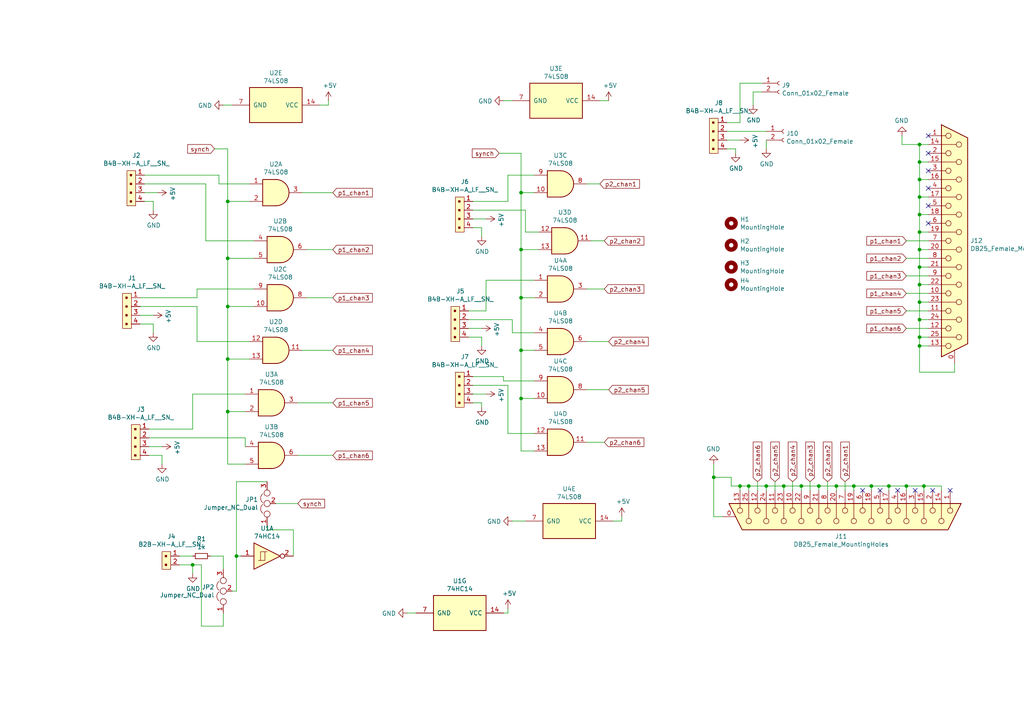
<source format=kicad_sch>
(kicad_sch (version 20211123) (generator eeschema)
  (paper "A4")
  (lib_symbols
    (symbol "blanking_board-rescue:+5V-power" (power) (pin_names (offset 0))
      (property "Value" "+5V-power" (at 0 3.556 0))
      (symbol "+5V-power_1_1"
        (pin power_in line (at 0 0 90) (length 0) hide (name "+5V") (number "1"))
      )
    )
    (symbol "blanking_board-rescue:74HC14-74xx" (pin_names (offset 1.016))
      (property "Reference" "U" (at 0 1.27 0))
      (property "Value" "74HC14-74xx" (at 0 -1.27 0))
      (symbol "74HC14-74xx_1_0"
        (pin input line (at -7.62 0 0) (length 3.81) (name "~") (number "1"))
        (pin output inverted (at 7.62 0 180) (length 3.81) (name "~") (number "2"))
      )
      (symbol "74HC14-74xx_2_0"
        (pin input line (at -7.62 0 0) (length 3.81) (name "~") (number "3"))
        (pin output inverted (at 7.62 0 180) (length 3.81) (name "~") (number "4"))
      )
      (symbol "74HC14-74xx_3_0"
        (pin input line (at -7.62 0 0) (length 3.81) (name "~") (number "5"))
        (pin output inverted (at 7.62 0 180) (length 3.81) (name "~") (number "6"))
      )
      (symbol "74HC14-74xx_4_0"
        (pin output inverted (at 7.62 0 180) (length 3.81) (name "~") (number "8"))
        (pin input line (at -7.62 0 0) (length 3.81) (name "~") (number "9"))
      )
      (symbol "74HC14-74xx_5_0"
        (pin output inverted (at 7.62 0 180) (length 3.81) (name "~") (number "10"))
        (pin input line (at -7.62 0 0) (length 3.81) (name "~") (number "11"))
      )
      (symbol "74HC14-74xx_6_0"
        (pin output inverted (at 7.62 0 180) (length 3.81) (name "~") (number "12"))
        (pin input line (at -7.62 0 0) (length 3.81) (name "~") (number "13"))
      )
      (symbol "74HC14-74xx_7_0"
        (pin power_in line (at 0 12.7 270) (length 5.08) (name "VCC") (number "14"))
        (pin power_in line (at 0 -12.7 90) (length 5.08) (name "GND") (number "7"))
      )
    )
    (symbol "blanking_board-rescue:74LS08-74xx" (pin_names (offset 1.016))
      (property "Reference" "U" (at 0 1.27 0))
      (property "Value" "74LS08-74xx" (at 0 -1.27 0))
      (symbol "74LS08-74xx_1_1"
        (pin input line (at -7.62 2.54 0) (length 3.81) (name "~") (number "1"))
        (pin input line (at -7.62 -2.54 0) (length 3.81) (name "~") (number "2"))
        (pin output line (at 7.62 0 180) (length 3.81) (name "~") (number "3"))
      )
      (symbol "74LS08-74xx_1_2"
        (pin input inverted (at -7.62 2.54 0) (length 4.318) (name "~") (number "1"))
        (pin input inverted (at -7.62 -2.54 0) (length 4.318) (name "~") (number "2"))
        (pin output inverted (at 7.62 0 180) (length 3.81) (name "~") (number "3"))
      )
      (symbol "74LS08-74xx_2_1"
        (pin input line (at -7.62 2.54 0) (length 3.81) (name "~") (number "4"))
        (pin input line (at -7.62 -2.54 0) (length 3.81) (name "~") (number "5"))
        (pin output line (at 7.62 0 180) (length 3.81) (name "~") (number "6"))
      )
      (symbol "74LS08-74xx_2_2"
        (pin input inverted (at -7.62 2.54 0) (length 4.318) (name "~") (number "4"))
        (pin input inverted (at -7.62 -2.54 0) (length 4.318) (name "~") (number "5"))
        (pin output inverted (at 7.62 0 180) (length 3.81) (name "~") (number "6"))
      )
      (symbol "74LS08-74xx_3_1"
        (pin input line (at -7.62 -2.54 0) (length 3.81) (name "~") (number "10"))
        (pin output line (at 7.62 0 180) (length 3.81) (name "~") (number "8"))
        (pin input line (at -7.62 2.54 0) (length 3.81) (name "~") (number "9"))
      )
      (symbol "74LS08-74xx_3_2"
        (pin input inverted (at -7.62 -2.54 0) (length 4.318) (name "~") (number "10"))
        (pin output inverted (at 7.62 0 180) (length 3.81) (name "~") (number "8"))
        (pin input inverted (at -7.62 2.54 0) (length 4.318) (name "~") (number "9"))
      )
      (symbol "74LS08-74xx_4_1"
        (pin output line (at 7.62 0 180) (length 3.81) (name "~") (number "11"))
        (pin input line (at -7.62 2.54 0) (length 3.81) (name "~") (number "12"))
        (pin input line (at -7.62 -2.54 0) (length 3.81) (name "~") (number "13"))
      )
      (symbol "74LS08-74xx_4_2"
        (pin output inverted (at 7.62 0 180) (length 3.81) (name "~") (number "11"))
        (pin input inverted (at -7.62 2.54 0) (length 4.318) (name "~") (number "12"))
        (pin input inverted (at -7.62 -2.54 0) (length 4.318) (name "~") (number "13"))
      )
      (symbol "74LS08-74xx_5_0"
        (pin power_in line (at 0 12.7 270) (length 5.08) (name "VCC") (number "14"))
        (pin power_in line (at 0 -12.7 90) (length 5.08) (name "GND") (number "7"))
      )
    )
    (symbol "blanking_board-rescue:B2B-XH-A_LF__SN_-dk_Rectangular-Connectors-Headers-Male-Pins" (pin_names (offset 1.016))
      (property "Reference" "J" (at -2.54 -1.27 0))
      (property "Value" "B2B-XH-A_LF__SN_-dk_Rectangular-Connectors-Headers-Male-Pins" (at 1.27 -3.81 0))
      (symbol "B2B-XH-A_LF__SN_-dk_Rectangular-Connectors-Headers-Male-Pins_1_1"
        (pin passive line (at 0 2.54 270) (length 2.54) (name "~") (number "1"))
        (pin passive line (at 2.54 2.54 270) (length 2.54) (name "~") (number "2"))
      )
    )
    (symbol "blanking_board-rescue:B4B-XH-A_LF__SN_-dk_Rectangular-Connectors-Headers-Male-Pins" (pin_names (offset 1.016))
      (property "Reference" "J" (at -2.54 -1.27 0))
      (property "Value" "B4B-XH-A_LF__SN_-dk_Rectangular-Connectors-Headers-Male-Pins" (at 3.81 -3.81 0))
      (symbol "B4B-XH-A_LF__SN_-dk_Rectangular-Connectors-Headers-Male-Pins_1_1"
        (pin passive line (at 0 2.54 270) (length 2.54) (name "~") (number "1"))
        (pin passive line (at 2.54 2.54 270) (length 2.54) (name "~") (number "2"))
        (pin passive line (at 5.08 2.54 270) (length 2.54) (name "~") (number "3"))
        (pin passive line (at 7.62 2.54 270) (length 2.54) (name "~") (number "4"))
      )
    )
    (symbol "blanking_board-rescue:Conn_01x02_Female-Connector" (pin_names (offset 1.016) hide)
      (property "Reference" "J" (at 0 2.54 0))
      (property "Value" "Conn_01x02_Female-Connector" (at 0 -5.08 0))
      (symbol "Conn_01x02_Female-Connector_1_1"
        (pin passive line (at -5.08 0 0) (length 3.81) (name "Pin_1") (number "1"))
        (pin passive line (at -5.08 -2.54 0) (length 3.81) (name "Pin_2") (number "2"))
      )
    )
    (symbol "blanking_board-rescue:DB25_Female_MountingHoles-Connector" (pin_names (offset 1.016) hide)
      (property "Reference" "J" (at 0 36.83 0))
      (property "Value" "DB25_Female_MountingHoles-Connector" (at 0 34.925 0))
      (symbol "DB25_Female_MountingHoles-Connector_1_1"
        (pin passive line (at 0 -35.56 90) (length 3.81) (name "PAD") (number "0"))
        (pin passive line (at -7.62 30.48 0) (length 3.81) (name "1") (number "1"))
        (pin passive line (at -7.62 -15.24 0) (length 3.81) (name "10") (number "10"))
        (pin passive line (at -7.62 -20.32 0) (length 3.81) (name "11") (number "11"))
        (pin passive line (at -7.62 -25.4 0) (length 3.81) (name "12") (number "12"))
        (pin passive line (at -7.62 -30.48 0) (length 3.81) (name "13") (number "13"))
        (pin passive line (at -7.62 27.94 0) (length 3.81) (name "P14") (number "14"))
        (pin passive line (at -7.62 22.86 0) (length 3.81) (name "P15") (number "15"))
        (pin passive line (at -7.62 17.78 0) (length 3.81) (name "P16") (number "16"))
        (pin passive line (at -7.62 12.7 0) (length 3.81) (name "P17") (number "17"))
        (pin passive line (at -7.62 7.62 0) (length 3.81) (name "P18") (number "18"))
        (pin passive line (at -7.62 2.54 0) (length 3.81) (name "P19") (number "19"))
        (pin passive line (at -7.62 25.4 0) (length 3.81) (name "2") (number "2"))
        (pin passive line (at -7.62 -2.54 0) (length 3.81) (name "P20") (number "20"))
        (pin passive line (at -7.62 -7.62 0) (length 3.81) (name "P21") (number "21"))
        (pin passive line (at -7.62 -12.7 0) (length 3.81) (name "P22") (number "22"))
        (pin passive line (at -7.62 -17.78 0) (length 3.81) (name "P23") (number "23"))
        (pin passive line (at -7.62 -22.86 0) (length 3.81) (name "P24") (number "24"))
        (pin passive line (at -7.62 -27.94 0) (length 3.81) (name "P25") (number "25"))
        (pin passive line (at -7.62 20.32 0) (length 3.81) (name "3") (number "3"))
        (pin passive line (at -7.62 15.24 0) (length 3.81) (name "4") (number "4"))
        (pin passive line (at -7.62 10.16 0) (length 3.81) (name "5") (number "5"))
        (pin passive line (at -7.62 5.08 0) (length 3.81) (name "6") (number "6"))
        (pin passive line (at -7.62 0 0) (length 3.81) (name "7") (number "7"))
        (pin passive line (at -7.62 -5.08 0) (length 3.81) (name "8") (number "8"))
        (pin passive line (at -7.62 -10.16 0) (length 3.81) (name "9") (number "9"))
      )
    )
    (symbol "blanking_board-rescue:GND-power" (power) (pin_names (offset 0))
      (property "Value" "GND-power" (at 0 -3.81 0))
      (symbol "GND-power_1_1"
        (pin power_in line (at 0 0 270) (length 0) hide (name "GND") (number "1"))
      )
    )
    (symbol "blanking_board-rescue:Jumper_NC_Dual-Device" (pin_names (offset 0.762) hide)
      (property "Reference" "JP" (at 1.27 -2.54 0))
      (property "Value" "Jumper_NC_Dual-Device" (at 0 2.54 0))
      (symbol "Jumper_NC_Dual-Device_0_1"
        (pin passive line (at -6.35 0 0) (length 2.413) (name "1") (number "1"))
        (pin passive line (at 0 -2.54 90) (length 1.524) (name "2") (number "2"))
        (pin passive line (at 6.35 0 180) (length 2.413) (name "3") (number "3"))
      )
    )
    (symbol "blanking_board-rescue:MountingHole-Mechanical" (pin_names (offset 1.016))
      (property "Reference" "H" (at 0 5.08 0))
      (property "Value" "MountingHole-Mechanical" (at 0 3.175 0))
    )
    (symbol "blanking_board-rescue:R_Small-Device" (pin_numbers hide) (pin_names (offset 0.254) hide)
      (property "Reference" "R" (at 0.762 0.508 0))
      (property "Value" "R_Small-Device" (at 0.762 -1.016 0))
      (symbol "R_Small-Device_1_1"
        (pin passive line (at 0 2.54 270) (length 0.762) (name "~") (number "1"))
        (pin passive line (at 0 -2.54 90) (length 0.762) (name "~") (number "2"))
      )
    )
  )
  (junction (at 266.7 82.55))
  (junction (at 214.63 140.97))
  (junction (at 242.57 140.97))
  (junction (at 266.7 100.33))
  (junction (at 262.89 140.97))
  (junction (at 68.58 161.29))
  (junction (at 266.7 92.71))
  (junction (at 55.88 163.83))
  (junction (at 66.04 58.42))
  (junction (at 266.7 97.79))
  (junction (at 252.73 140.97))
  (junction (at 66.04 88.9))
  (junction (at 266.7 87.63))
  (junction (at 66.04 104.14))
  (junction (at 151.13 72.39))
  (junction (at 151.13 101.6))
  (junction (at 237.49 140.97))
  (junction (at 247.65 140.97))
  (junction (at 266.7 46.99))
  (junction (at 207.01 138.43))
  (junction (at 266.7 52.07))
  (junction (at 266.7 41.91))
  (junction (at 151.13 86.36))
  (junction (at 66.04 119.38))
  (junction (at 227.33 140.97))
  (junction (at 266.7 62.23))
  (junction (at 257.81 140.97))
  (junction (at 266.7 72.39))
  (junction (at 266.7 57.15))
  (junction (at 217.17 140.97))
  (junction (at 267.97 140.97))
  (junction (at 151.13 115.57))
  (junction (at 266.7 67.31))
  (junction (at 151.13 55.88))
  (junction (at 222.25 140.97))
  (junction (at 66.04 74.93))
  (junction (at 266.7 77.47))
  (junction (at 232.41 140.97))
  (no_connect (at 255.27 142.24))
  (no_connect (at 269.24 54.61))
  (no_connect (at 250.19 142.24))
  (no_connect (at 275.59 142.24))
  (no_connect (at 265.43 142.24))
  (no_connect (at 269.24 49.53))
  (no_connect (at 269.24 59.69))
  (no_connect (at 269.24 44.45))
  (no_connect (at 260.35 142.24))
  (no_connect (at 269.24 64.77))
  (no_connect (at 269.24 39.37))
  (no_connect (at 270.51 142.24))
  (wire (pts (xy 266.7 87.63) (xy 266.7 92.71)))
  (wire (pts (xy 148.59 92.71) (xy 148.59 96.52)))
  (wire (pts (xy 170.18 83.82) (xy 175.26 83.82)))
  (wire (pts (xy 62.23 43.18) (xy 66.04 43.18)))
  (wire (pts (xy 234.95 139.7) (xy 234.95 142.24)))
  (wire (pts (xy 88.9 86.36) (xy 96.52 86.36)))
  (wire (pts (xy 269.24 77.47) (xy 266.7 77.47)))
  (wire (pts (xy 71.12 127) (xy 71.12 129.54)))
  (wire (pts (xy 266.7 41.91) (xy 261.62 41.91)))
  (wire (pts (xy 266.7 57.15) (xy 266.7 62.23)))
  (wire (pts (xy 137.16 109.22) (xy 146.05 109.22)))
  (wire (pts (xy 266.7 67.31) (xy 266.7 72.39)))
  (wire (pts (xy 148.59 96.52) (xy 154.94 96.52)))
  (wire (pts (xy 147.32 111.76) (xy 147.32 125.73)))
  (wire (pts (xy 59.69 69.85) (xy 73.66 69.85)))
  (wire (pts (xy 43.18 127) (xy 71.12 127)))
  (wire (pts (xy 66.04 119.38) (xy 71.12 119.38)))
  (wire (pts (xy 137.16 111.76) (xy 147.32 111.76)))
  (wire (pts (xy 262.89 85.09) (xy 269.24 85.09)))
  (wire (pts (xy 85.09 153.67) (xy 85.09 161.29)))
  (wire (pts (xy 229.87 139.7) (xy 229.87 142.24)))
  (wire (pts (xy 266.7 77.47) (xy 266.7 82.55)))
  (wire (pts (xy 57.15 88.9) (xy 57.15 99.06)))
  (wire (pts (xy 245.11 139.7) (xy 245.11 142.24)))
  (wire (pts (xy 146.05 29.21) (xy 148.59 29.21)))
  (wire (pts (xy 210.82 43.18) (xy 213.36 43.18)))
  (wire (pts (xy 68.58 171.45) (xy 68.58 161.29)))
  (wire (pts (xy 269.24 67.31) (xy 266.7 67.31)))
  (wire (pts (xy 55.88 166.37) (xy 55.88 163.83)))
  (wire (pts (xy 66.04 134.62) (xy 71.12 134.62)))
  (wire (pts (xy 269.24 62.23) (xy 266.7 62.23)))
  (wire (pts (xy 266.7 46.99) (xy 266.7 52.07)))
  (wire (pts (xy 135.89 92.71) (xy 148.59 92.71)))
  (wire (pts (xy 68.58 161.29) (xy 69.85 161.29)))
  (wire (pts (xy 40.64 93.98) (xy 44.45 93.98)))
  (wire (pts (xy 227.33 140.97) (xy 232.41 140.97)))
  (wire (pts (xy 151.13 86.36) (xy 151.13 101.6)))
  (wire (pts (xy 59.69 53.34) (xy 59.69 69.85)))
  (wire (pts (xy 68.58 139.7) (xy 68.58 161.29)))
  (wire (pts (xy 148.59 151.13) (xy 152.4 151.13)))
  (wire (pts (xy 41.91 50.8) (xy 63.5 50.8)))
  (wire (pts (xy 139.7 66.04) (xy 139.7 68.58)))
  (wire (pts (xy 40.64 86.36) (xy 57.15 86.36)))
  (wire (pts (xy 217.17 140.97) (xy 222.25 140.97)))
  (wire (pts (xy 214.63 140.97) (xy 212.09 140.97)))
  (wire (pts (xy 86.36 116.84) (xy 96.52 116.84)))
  (wire (pts (xy 151.13 130.81) (xy 154.94 130.81)))
  (wire (pts (xy 41.91 58.42) (xy 44.45 58.42)))
  (wire (pts (xy 266.7 107.95) (xy 276.86 107.95)))
  (wire (pts (xy 151.13 115.57) (xy 154.94 115.57)))
  (wire (pts (xy 269.24 72.39) (xy 266.7 72.39)))
  (wire (pts (xy 66.04 104.14) (xy 66.04 119.38)))
  (wire (pts (xy 214.63 140.97) (xy 217.17 140.97)))
  (wire (pts (xy 222.25 142.24) (xy 222.25 140.97)))
  (wire (pts (xy 257.81 140.97) (xy 262.89 140.97)))
  (wire (pts (xy 170.18 113.03) (xy 176.53 113.03)))
  (wire (pts (xy 137.16 58.42) (xy 147.32 58.42)))
  (wire (pts (xy 237.49 142.24) (xy 237.49 140.97)))
  (wire (pts (xy 151.13 101.6) (xy 151.13 115.57)))
  (wire (pts (xy 171.45 69.85) (xy 175.26 69.85)))
  (wire (pts (xy 269.24 82.55) (xy 266.7 82.55)))
  (wire (pts (xy 180.34 151.13) (xy 180.34 149.86)))
  (wire (pts (xy 213.36 43.18) (xy 213.36 44.45)))
  (wire (pts (xy 58.42 163.83) (xy 58.42 181.61)))
  (wire (pts (xy 151.13 115.57) (xy 151.13 130.81)))
  (wire (pts (xy 252.73 142.24) (xy 252.73 140.97)))
  (wire (pts (xy 46.99 132.08) (xy 46.99 134.62)))
  (wire (pts (xy 95.25 30.48) (xy 95.25 29.21)))
  (wire (pts (xy 266.7 72.39) (xy 266.7 77.47)))
  (wire (pts (xy 146.05 109.22) (xy 146.05 110.49)))
  (wire (pts (xy 147.32 125.73) (xy 154.94 125.73)))
  (wire (pts (xy 137.16 114.3) (xy 140.97 114.3)))
  (wire (pts (xy 269.24 97.79) (xy 266.7 97.79)))
  (wire (pts (xy 262.89 80.01) (xy 269.24 80.01)))
  (wire (pts (xy 262.89 142.24) (xy 262.89 140.97)))
  (wire (pts (xy 247.65 140.97) (xy 252.73 140.97)))
  (wire (pts (xy 147.32 50.8) (xy 154.94 50.8)))
  (wire (pts (xy 170.18 53.34) (xy 173.99 53.34)))
  (wire (pts (xy 137.16 63.5) (xy 140.97 63.5)))
  (wire (pts (xy 212.09 140.97) (xy 212.09 138.43)))
  (wire (pts (xy 64.77 161.29) (xy 64.77 165.1)))
  (wire (pts (xy 140.97 90.17) (xy 140.97 81.28)))
  (wire (pts (xy 86.36 146.05) (xy 80.01 146.05)))
  (wire (pts (xy 214.63 24.13) (xy 220.98 24.13)))
  (wire (pts (xy 207.01 138.43) (xy 207.01 134.62)))
  (wire (pts (xy 66.04 104.14) (xy 72.39 104.14)))
  (wire (pts (xy 43.18 132.08) (xy 46.99 132.08)))
  (wire (pts (xy 152.4 60.96) (xy 152.4 67.31)))
  (wire (pts (xy 214.63 142.24) (xy 214.63 140.97)))
  (wire (pts (xy 55.88 163.83) (xy 52.07 163.83)))
  (wire (pts (xy 137.16 66.04) (xy 139.7 66.04)))
  (wire (pts (xy 207.01 138.43) (xy 207.01 149.86)))
  (wire (pts (xy 247.65 142.24) (xy 247.65 140.97)))
  (wire (pts (xy 218.44 26.67) (xy 220.98 26.67)))
  (wire (pts (xy 67.31 171.45) (xy 68.58 171.45)))
  (wire (pts (xy 146.05 177.8) (xy 147.32 177.8)))
  (wire (pts (xy 266.7 52.07) (xy 266.7 57.15)))
  (wire (pts (xy 177.8 151.13) (xy 180.34 151.13)))
  (wire (pts (xy 52.07 161.29) (xy 55.88 161.29)))
  (wire (pts (xy 147.32 58.42) (xy 147.32 50.8)))
  (wire (pts (xy 266.7 41.91) (xy 269.24 41.91)))
  (wire (pts (xy 55.88 124.46) (xy 55.88 114.3)))
  (wire (pts (xy 55.88 163.83) (xy 58.42 163.83)))
  (wire (pts (xy 214.63 35.56) (xy 214.63 24.13)))
  (wire (pts (xy 266.7 82.55) (xy 266.7 87.63)))
  (wire (pts (xy 66.04 43.18) (xy 66.04 58.42)))
  (wire (pts (xy 151.13 86.36) (xy 154.94 86.36)))
  (wire (pts (xy 273.05 140.97) (xy 273.05 142.24)))
  (wire (pts (xy 266.7 97.79) (xy 266.7 100.33)))
  (wire (pts (xy 140.97 81.28) (xy 154.94 81.28)))
  (wire (pts (xy 266.7 92.71) (xy 266.7 97.79)))
  (wire (pts (xy 92.71 30.48) (xy 95.25 30.48)))
  (wire (pts (xy 262.89 95.25) (xy 269.24 95.25)))
  (wire (pts (xy 77.47 153.67) (xy 85.09 153.67)))
  (wire (pts (xy 63.5 53.34) (xy 63.5 50.8)))
  (wire (pts (xy 219.71 139.7) (xy 219.71 142.24)))
  (wire (pts (xy 222.25 140.97) (xy 227.33 140.97)))
  (wire (pts (xy 137.16 116.84) (xy 139.7 116.84)))
  (wire (pts (xy 57.15 86.36) (xy 57.15 83.82)))
  (wire (pts (xy 257.81 142.24) (xy 257.81 140.97)))
  (wire (pts (xy 43.18 129.54) (xy 46.99 129.54)))
  (wire (pts (xy 170.18 99.06) (xy 176.53 99.06)))
  (wire (pts (xy 88.9 72.39) (xy 96.52 72.39)))
  (wire (pts (xy 118.11 177.8) (xy 120.65 177.8)))
  (wire (pts (xy 63.5 53.34) (xy 72.39 53.34)))
  (wire (pts (xy 242.57 140.97) (xy 247.65 140.97)))
  (wire (pts (xy 151.13 101.6) (xy 154.94 101.6)))
  (wire (pts (xy 73.66 83.82) (xy 57.15 83.82)))
  (wire (pts (xy 262.89 90.17) (xy 269.24 90.17)))
  (wire (pts (xy 173.99 29.21) (xy 176.53 29.21)))
  (wire (pts (xy 40.64 88.9) (xy 57.15 88.9)))
  (wire (pts (xy 261.62 41.91) (xy 261.62 39.37)))
  (wire (pts (xy 64.77 30.48) (xy 67.31 30.48)))
  (wire (pts (xy 66.04 74.93) (xy 73.66 74.93)))
  (wire (pts (xy 227.33 142.24) (xy 227.33 140.97)))
  (wire (pts (xy 135.89 95.25) (xy 139.7 95.25)))
  (wire (pts (xy 41.91 53.34) (xy 59.69 53.34)))
  (wire (pts (xy 144.78 44.45) (xy 151.13 44.45)))
  (wire (pts (xy 237.49 140.97) (xy 242.57 140.97)))
  (wire (pts (xy 217.17 142.24) (xy 217.17 140.97)))
  (wire (pts (xy 218.44 30.48) (xy 218.44 26.67)))
  (wire (pts (xy 60.96 161.29) (xy 64.77 161.29)))
  (wire (pts (xy 64.77 181.61) (xy 64.77 177.8)))
  (wire (pts (xy 269.24 100.33) (xy 266.7 100.33)))
  (wire (pts (xy 266.7 100.33) (xy 266.7 107.95)))
  (wire (pts (xy 77.47 152.4) (xy 77.47 153.67)))
  (wire (pts (xy 68.58 139.7) (xy 77.47 139.7)))
  (wire (pts (xy 41.91 55.88) (xy 45.72 55.88)))
  (wire (pts (xy 87.63 55.88) (xy 96.52 55.88)))
  (wire (pts (xy 252.73 140.97) (xy 257.81 140.97)))
  (wire (pts (xy 73.66 88.9) (xy 66.04 88.9)))
  (wire (pts (xy 44.45 58.42) (xy 44.45 60.96)))
  (wire (pts (xy 210.82 35.56) (xy 214.63 35.56)))
  (wire (pts (xy 87.63 101.6) (xy 96.52 101.6)))
  (wire (pts (xy 269.24 92.71) (xy 266.7 92.71)))
  (wire (pts (xy 269.24 87.63) (xy 266.7 87.63)))
  (wire (pts (xy 66.04 74.93) (xy 66.04 88.9)))
  (wire (pts (xy 58.42 181.61) (xy 64.77 181.61)))
  (wire (pts (xy 262.89 74.93) (xy 269.24 74.93)))
  (wire (pts (xy 266.7 41.91) (xy 266.7 46.99)))
  (wire (pts (xy 66.04 58.42) (xy 72.39 58.42)))
  (wire (pts (xy 269.24 46.99) (xy 266.7 46.99)))
  (wire (pts (xy 266.7 62.23) (xy 266.7 67.31)))
  (wire (pts (xy 151.13 44.45) (xy 151.13 55.88)))
  (wire (pts (xy 137.16 60.96) (xy 152.4 60.96)))
  (wire (pts (xy 66.04 119.38) (xy 66.04 134.62)))
  (wire (pts (xy 267.97 140.97) (xy 273.05 140.97)))
  (wire (pts (xy 267.97 142.24) (xy 267.97 140.97)))
  (wire (pts (xy 151.13 72.39) (xy 156.21 72.39)))
  (wire (pts (xy 66.04 58.42) (xy 66.04 74.93)))
  (wire (pts (xy 139.7 97.79) (xy 139.7 100.33)))
  (wire (pts (xy 151.13 72.39) (xy 151.13 86.36)))
  (wire (pts (xy 269.24 52.07) (xy 266.7 52.07)))
  (wire (pts (xy 262.89 69.85) (xy 269.24 69.85)))
  (wire (pts (xy 170.18 128.27) (xy 175.26 128.27)))
  (wire (pts (xy 210.82 40.64) (xy 214.63 40.64)))
  (wire (pts (xy 146.05 110.49) (xy 154.94 110.49)))
  (wire (pts (xy 152.4 67.31) (xy 156.21 67.31)))
  (wire (pts (xy 232.41 140.97) (xy 237.49 140.97)))
  (wire (pts (xy 66.04 88.9) (xy 66.04 104.14)))
  (wire (pts (xy 210.82 38.1) (xy 222.25 38.1)))
  (wire (pts (xy 43.18 124.46) (xy 55.88 124.46)))
  (wire (pts (xy 262.89 140.97) (xy 267.97 140.97)))
  (wire (pts (xy 57.15 99.06) (xy 72.39 99.06)))
  (wire (pts (xy 86.36 132.08) (xy 96.52 132.08)))
  (wire (pts (xy 151.13 55.88) (xy 154.94 55.88)))
  (wire (pts (xy 139.7 116.84) (xy 139.7 118.11)))
  (wire (pts (xy 135.89 90.17) (xy 140.97 90.17)))
  (wire (pts (xy 147.32 177.8) (xy 147.32 176.53)))
  (wire (pts (xy 240.03 139.7) (xy 240.03 142.24)))
  (wire (pts (xy 269.24 57.15) (xy 266.7 57.15)))
  (wire (pts (xy 222.25 43.18) (xy 222.25 40.64)))
  (wire (pts (xy 207.01 149.86) (xy 209.55 149.86)))
  (wire (pts (xy 44.45 93.98) (xy 44.45 96.52)))
  (wire (pts (xy 55.88 114.3) (xy 71.12 114.3)))
  (wire (pts (xy 151.13 55.88) (xy 151.13 72.39)))
  (wire (pts (xy 276.86 107.95) (xy 276.86 105.41)))
  (wire (pts (xy 232.41 142.24) (xy 232.41 140.97)))
  (wire (pts (xy 207.01 138.43) (xy 212.09 138.43)))
  (wire (pts (xy 135.89 97.79) (xy 139.7 97.79)))
  (wire (pts (xy 40.64 91.44) (xy 44.45 91.44)))
  (wire (pts (xy 224.79 139.7) (xy 224.79 142.24)))
  (wire (pts (xy 242.57 142.24) (xy 242.57 140.97)))
  (global_label "p1_chan2" (shape input) (at 262.89 74.93 180) (property "Intersheet References" "${INTERSHEET_REFS}" (effects hide)))
  (global_label "p1_chan4" (shape input) (at 262.89 85.09 180) (property "Intersheet References" "${INTERSHEET_REFS}" (effects hide)))
  (global_label "p1_chan3" (shape input) (at 96.52 86.36 0) (property "Intersheet References" "${INTERSHEET_REFS}" (effects hide)))
  (global_label "p1_chan4" (shape input) (at 96.52 101.6 0) (property "Intersheet References" "${INTERSHEET_REFS}" (effects hide)))
  (global_label "p2_chan6" (shape input) (at 175.26 128.27 0) (property "Intersheet References" "${INTERSHEET_REFS}" (effects hide)))
  (global_label "p1_chan2" (shape input) (at 96.52 72.39 0) (property "Intersheet References" "${INTERSHEET_REFS}" (effects hide)))
  (global_label "p2_chan2" (shape input) (at 240.03 139.7 90) (property "Intersheet References" "${INTERSHEET_REFS}" (effects hide)))
  (global_label "synch" (shape input) (at 144.78 44.45 180) (property "Intersheet References" "${INTERSHEET_REFS}" (effects hide)))
  (global_label "p2_chan1" (shape input) (at 173.99 53.34 0) (property "Intersheet References" "${INTERSHEET_REFS}" (effects hide)))
  (global_label "p2_chan1" (shape input) (at 245.11 139.7 90) (property "Intersheet References" "${INTERSHEET_REFS}" (effects hide)))
  (global_label "p2_chan3" (shape input) (at 175.26 83.82 0) (property "Intersheet References" "${INTERSHEET_REFS}" (effects hide)))
  (global_label "p2_chan5" (shape input) (at 224.79 139.7 90) (property "Intersheet References" "${INTERSHEET_REFS}" (effects hide)))
  (global_label "p1_chan1" (shape input) (at 262.89 69.85 180) (property "Intersheet References" "${INTERSHEET_REFS}" (effects hide)))
  (global_label "p1_chan3" (shape input) (at 262.89 80.01 180) (property "Intersheet References" "${INTERSHEET_REFS}" (effects hide)))
  (global_label "synch" (shape input) (at 86.36 146.05 0) (property "Intersheet References" "${INTERSHEET_REFS}" (effects hide)))
  (global_label "p1_chan6" (shape input) (at 96.52 132.08 0) (property "Intersheet References" "${INTERSHEET_REFS}" (effects hide)))
  (global_label "p2_chan4" (shape input) (at 229.87 139.7 90) (property "Intersheet References" "${INTERSHEET_REFS}" (effects hide)))
  (global_label "p2_chan2" (shape input) (at 175.26 69.85 0) (property "Intersheet References" "${INTERSHEET_REFS}" (effects hide)))
  (global_label "p2_chan5" (shape input) (at 176.53 113.03 0) (property "Intersheet References" "${INTERSHEET_REFS}" (effects hide)))
  (global_label "p1_chan5" (shape input) (at 262.89 90.17 180) (property "Intersheet References" "${INTERSHEET_REFS}" (effects hide)))
  (global_label "p1_chan5" (shape input) (at 96.52 116.84 0) (property "Intersheet References" "${INTERSHEET_REFS}" (effects hide)))
  (global_label "p1_chan1" (shape input) (at 96.52 55.88 0) (property "Intersheet References" "${INTERSHEET_REFS}" (effects hide)))
  (global_label "p2_chan6" (shape input) (at 219.71 139.7 90) (property "Intersheet References" "${INTERSHEET_REFS}" (effects hide)))
  (global_label "p2_chan4" (shape input) (at 176.53 99.06 0) (property "Intersheet References" "${INTERSHEET_REFS}" (effects hide)))
  (global_label "p2_chan3" (shape input) (at 234.95 139.7 90) (property "Intersheet References" "${INTERSHEET_REFS}" (effects hide)))
  (global_label "synch" (shape input) (at 62.23 43.18 180) (property "Intersheet References" "${INTERSHEET_REFS}" (effects hide)))
  (global_label "p1_chan6" (shape input) (at 262.89 95.25 180) (property "Intersheet References" "${INTERSHEET_REFS}" (effects hide)))
  (symbol (lib_id "blanking_board-rescue:74LS08-74xx") (at 78.74 116.84 0) (unit 1)
    (property "Reference" "U3" (at 78.74 108.585 0))
    (property "Value" "74LS08" (at 78.74 110.8964 0))
    (property "Footprint" "Package_DIP:DIP-14_W7.62mm_LongPads" (effects hide))
    (property "Datasheet" "http://www.ti.com/lit/gpn/sn74LS08" (effects hide))
  )
  (symbol (lib_id "blanking_board-rescue:74LS08-74xx") (at 78.74 132.08 0) (unit 2)
    (property "Reference" "U3" (at 78.74 123.825 0))
    (property "Value" "74LS08" (at 78.74 126.1364 0))
    (property "Footprint" "Package_DIP:DIP-14_W7.62mm_LongPads" (effects hide))
    (property "Datasheet" "http://www.ti.com/lit/gpn/sn74LS08" (effects hide))
  )
  (symbol (lib_id "blanking_board-rescue:74LS08-74xx") (at 81.28 86.36 0) (unit 3)
    (property "Reference" "U2" (at 81.28 78.105 0))
    (property "Value" "74LS08" (at 81.28 80.4164 0))
    (property "Footprint" "Package_DIP:DIP-14_W7.62mm_LongPads" (effects hide))
    (property "Datasheet" "http://www.ti.com/lit/gpn/sn74LS08" (effects hide))
  )
  (symbol (lib_id "blanking_board-rescue:74LS08-74xx") (at 80.01 101.6 0) (unit 4)
    (property "Reference" "U2" (at 80.01 93.345 0))
    (property "Value" "74LS08" (at 80.01 95.6564 0))
    (property "Footprint" "Package_DIP:DIP-14_W7.62mm_LongPads" (effects hide))
    (property "Datasheet" "http://www.ti.com/lit/gpn/sn74LS08" (effects hide))
  )
  (symbol (lib_id "blanking_board-rescue:74LS08-74xx") (at 80.01 30.48 270) (unit 5)
    (property "Reference" "U2" (at 80.01 21.1582 90))
    (property "Value" "74LS08" (at 80.01 23.4696 90))
    (property "Footprint" "Package_DIP:DIP-14_W7.62mm_LongPads" (effects hide))
    (property "Datasheet" "http://www.ti.com/lit/gpn/sn74LS08" (effects hide))
  )
  (symbol (lib_id "blanking_board-rescue:74LS08-74xx") (at 80.01 55.88 0) (unit 1)
    (property "Reference" "U2" (at 80.01 47.625 0))
    (property "Value" "74LS08" (at 80.01 49.9364 0))
    (property "Footprint" "Package_DIP:DIP-14_W7.62mm_LongPads" (effects hide))
    (property "Datasheet" "http://www.ti.com/lit/gpn/sn74LS08" (effects hide))
  )
  (symbol (lib_id "blanking_board-rescue:74LS08-74xx") (at 81.28 72.39 0) (unit 2)
    (property "Reference" "U2" (at 81.28 64.135 0))
    (property "Value" "74LS08" (at 81.28 66.4464 0))
    (property "Footprint" "Package_DIP:DIP-14_W7.62mm_LongPads" (effects hide))
    (property "Datasheet" "http://www.ti.com/lit/gpn/sn74LS08" (effects hide))
  )
  (symbol (lib_id "blanking_board-rescue:74LS08-74xx") (at 162.56 113.03 0) (unit 3)
    (property "Reference" "U4" (at 162.56 104.775 0))
    (property "Value" "74LS08" (at 162.56 107.0864 0))
    (property "Footprint" "Package_DIP:DIP-14_W7.62mm_LongPads" (effects hide))
    (property "Datasheet" "http://www.ti.com/lit/gpn/sn74LS08" (effects hide))
  )
  (symbol (lib_id "blanking_board-rescue:74LS08-74xx") (at 162.56 128.27 0) (unit 4)
    (property "Reference" "U4" (at 162.56 120.015 0))
    (property "Value" "74LS08" (at 162.56 122.3264 0))
    (property "Footprint" "Package_DIP:DIP-14_W7.62mm_LongPads" (effects hide))
    (property "Datasheet" "http://www.ti.com/lit/gpn/sn74LS08" (effects hide))
  )
  (symbol (lib_id "blanking_board-rescue:74LS08-74xx") (at 161.29 29.21 270) (unit 5)
    (property "Reference" "U3" (at 161.29 19.8882 90))
    (property "Value" "74LS08" (at 161.29 22.1996 90))
    (property "Footprint" "Package_DIP:DIP-14_W7.62mm_LongPads" (effects hide))
    (property "Datasheet" "http://www.ti.com/lit/gpn/sn74LS08" (effects hide))
  )
  (symbol (lib_id "blanking_board-rescue:74LS08-74xx") (at 162.56 83.82 0) (unit 1)
    (property "Reference" "U4" (at 162.56 75.565 0))
    (property "Value" "74LS08" (at 162.56 77.8764 0))
    (property "Footprint" "Package_DIP:DIP-14_W7.62mm_LongPads" (effects hide))
    (property "Datasheet" "http://www.ti.com/lit/gpn/sn74LS08" (effects hide))
  )
  (symbol (lib_id "blanking_board-rescue:74LS08-74xx") (at 162.56 99.06 0) (unit 2)
    (property "Reference" "U4" (at 162.56 90.805 0))
    (property "Value" "74LS08" (at 162.56 93.1164 0))
    (property "Footprint" "Package_DIP:DIP-14_W7.62mm_LongPads" (effects hide))
    (property "Datasheet" "http://www.ti.com/lit/gpn/sn74LS08" (effects hide))
  )
  (symbol (lib_id "blanking_board-rescue:74LS08-74xx") (at 162.56 53.34 0) (unit 3)
    (property "Reference" "U3" (at 162.56 45.085 0))
    (property "Value" "74LS08" (at 162.56 47.3964 0))
    (property "Footprint" "Package_DIP:DIP-14_W7.62mm_LongPads" (effects hide))
    (property "Datasheet" "http://www.ti.com/lit/gpn/sn74LS08" (effects hide))
  )
  (symbol (lib_id "blanking_board-rescue:74LS08-74xx") (at 163.83 69.85 0) (unit 4)
    (property "Reference" "U3" (at 163.83 61.595 0))
    (property "Value" "74LS08" (at 163.83 63.9064 0))
    (property "Footprint" "Package_DIP:DIP-14_W7.62mm_LongPads" (effects hide))
    (property "Datasheet" "http://www.ti.com/lit/gpn/sn74LS08" (effects hide))
  )
  (symbol (lib_id "blanking_board-rescue:74LS08-74xx") (at 165.1 151.13 270) (unit 5)
    (property "Reference" "U4" (at 165.1 141.8082 90))
    (property "Value" "74LS08" (at 165.1 144.1196 90))
    (property "Footprint" "Package_DIP:DIP-14_W7.62mm_LongPads" (effects hide))
    (property "Datasheet" "http://www.ti.com/lit/gpn/sn74LS08" (effects hide))
  )
  (symbol (lib_id "blanking_board-rescue:74HC14-74xx") (at 77.47 161.29 0) (unit 1)
    (property "Reference" "U1" (at 77.47 153.2382 0))
    (property "Value" "74HC14" (at 77.47 155.5496 0))
    (property "Footprint" "Package_DIP:DIP-14_W7.62mm_LongPads" (effects hide))
    (property "Datasheet" "http://www.ti.com/lit/gpn/sn74HC14" (effects hide))
  )
  (symbol (lib_id "blanking_board-rescue:74HC14-74xx") (at 133.35 177.8 270) (unit 7)
    (property "Reference" "U1" (at 133.35 168.4782 90))
    (property "Value" "74HC14" (at 133.35 170.7896 90))
    (property "Footprint" "Package_DIP:DIP-14_W7.62mm_LongPads" (effects hide))
    (property "Datasheet" "http://www.ti.com/lit/gpn/sn74HC14" (effects hide))
  )
  (symbol (lib_id "blanking_board-rescue:+5V-power") (at 95.25 29.21 0) (unit 1)
    (property "Reference" "#PWR0101" (effects hide))
    (property "Value" "+5V" (at 95.631 24.8158 0))
  )
  (symbol (lib_id "blanking_board-rescue:+5V-power") (at 176.53 29.21 0) (unit 1)
    (property "Reference" "#PWR0102" (effects hide))
    (property "Value" "+5V" (at 176.911 24.8158 0))
  )
  (symbol (lib_id "blanking_board-rescue:+5V-power") (at 180.34 149.86 0) (unit 1)
    (property "Reference" "#PWR0103" (effects hide))
    (property "Value" "+5V" (at 180.721 145.4658 0))
  )
  (symbol (lib_id "blanking_board-rescue:+5V-power") (at 147.32 176.53 0) (unit 1)
    (property "Reference" "#PWR0104" (effects hide))
    (property "Value" "+5V" (at 147.701 172.1358 0))
  )
  (symbol (lib_id "blanking_board-rescue:R_Small-Device") (at 58.42 161.29 270) (unit 1)
    (property "Reference" "R1" (at 58.42 156.3116 90))
    (property "Value" "1k" (at 58.42 158.623 90))
    (property "Footprint" "Resistor_THT:R_Axial_DIN0411_L9.9mm_D3.6mm_P15.24mm_Horizontal" (effects hide))
  )
  (symbol (lib_id "blanking_board-rescue:B4B-XH-A_LF__SN_-dk_Rectangular-Connectors-Headers-Male-Pins") (at 39.37 50.8 270) (unit 1)
    (property "Reference" "J2" (at 39.5732 45.085 90))
    (property "Value" "B4B-XH-A_LF__SN_" (at 39.5732 47.3964 90))
    (property "Footprint" "Connector_JST:JST_XH_B4B-XH-A_1x04_P2.50mm_Vertical" (effects hide))
    (property "Datasheet" "http://www.jst-mfg.com/product/pdf/eng/eXH.pdf" (effects hide))
    (property "Digi-Key_PN" "455-2249-ND" (effects hide))
    (property "MPN" "B4B-XH-A(LF)(SN)" (effects hide))
    (property "Category" "Connectors, Interconnects" (effects hide))
    (property "Family" "Rectangular Connectors - Headers, Male Pins" (effects hide))
    (property "DK_Datasheet_Link" "http://www.jst-mfg.com/product/pdf/eng/eXH.pdf" (effects hide))
    (property "DK_Detail_Page" "/product-detail/en/jst-sales-america-inc/B4B-XH-A(LF)(SN)/455-2249-ND/1651047" (effects hide))
    (property "Description" "CONN HEADER VERT 4POS 2.5MM" (effects hide))
    (property "Manufacturer" "JST Sales America Inc." (effects hide))
    (property "Status" "Active" (effects hide))
  )
  (symbol (lib_id "blanking_board-rescue:B4B-XH-A_LF__SN_-dk_Rectangular-Connectors-Headers-Male-Pins") (at 38.1 86.36 270) (unit 1)
    (property "Reference" "J1" (at 38.3032 80.645 90))
    (property "Value" "B4B-XH-A_LF__SN_" (at 38.3032 82.9564 90))
    (property "Footprint" "Connector_JST:JST_XH_B4B-XH-A_1x04_P2.50mm_Vertical" (effects hide))
    (property "Datasheet" "http://www.jst-mfg.com/product/pdf/eng/eXH.pdf" (effects hide))
    (property "Digi-Key_PN" "455-2249-ND" (effects hide))
    (property "MPN" "B4B-XH-A(LF)(SN)" (effects hide))
    (property "Category" "Connectors, Interconnects" (effects hide))
    (property "Family" "Rectangular Connectors - Headers, Male Pins" (effects hide))
    (property "DK_Datasheet_Link" "http://www.jst-mfg.com/product/pdf/eng/eXH.pdf" (effects hide))
    (property "DK_Detail_Page" "/product-detail/en/jst-sales-america-inc/B4B-XH-A(LF)(SN)/455-2249-ND/1651047" (effects hide))
    (property "Description" "CONN HEADER VERT 4POS 2.5MM" (effects hide))
    (property "Manufacturer" "JST Sales America Inc." (effects hide))
    (property "Status" "Active" (effects hide))
  )
  (symbol (lib_id "blanking_board-rescue:B4B-XH-A_LF__SN_-dk_Rectangular-Connectors-Headers-Male-Pins") (at 40.64 124.46 270) (unit 1)
    (property "Reference" "J3" (at 40.8432 118.745 90))
    (property "Value" "B4B-XH-A_LF__SN_" (at 40.8432 121.0564 90))
    (property "Footprint" "Connector_JST:JST_XH_B4B-XH-A_1x04_P2.50mm_Vertical" (effects hide))
    (property "Datasheet" "http://www.jst-mfg.com/product/pdf/eng/eXH.pdf" (effects hide))
    (property "Digi-Key_PN" "455-2249-ND" (effects hide))
    (property "MPN" "B4B-XH-A(LF)(SN)" (effects hide))
    (property "Category" "Connectors, Interconnects" (effects hide))
    (property "Family" "Rectangular Connectors - Headers, Male Pins" (effects hide))
    (property "DK_Datasheet_Link" "http://www.jst-mfg.com/product/pdf/eng/eXH.pdf" (effects hide))
    (property "DK_Detail_Page" "/product-detail/en/jst-sales-america-inc/B4B-XH-A(LF)(SN)/455-2249-ND/1651047" (effects hide))
    (property "Description" "CONN HEADER VERT 4POS 2.5MM" (effects hide))
    (property "Manufacturer" "JST Sales America Inc." (effects hide))
    (property "Status" "Active" (effects hide))
  )
  (symbol (lib_id "blanking_board-rescue:B4B-XH-A_LF__SN_-dk_Rectangular-Connectors-Headers-Male-Pins") (at 134.62 109.22 270) (unit 1)
    (property "Reference" "J7" (at 134.8232 103.505 90))
    (property "Value" "B4B-XH-A_LF__SN_" (at 134.8232 105.8164 90))
    (property "Footprint" "Connector_JST:JST_XH_B4B-XH-A_1x04_P2.50mm_Vertical" (effects hide))
    (property "Datasheet" "http://www.jst-mfg.com/product/pdf/eng/eXH.pdf" (effects hide))
    (property "Digi-Key_PN" "455-2249-ND" (effects hide))
    (property "MPN" "B4B-XH-A(LF)(SN)" (effects hide))
    (property "Category" "Connectors, Interconnects" (effects hide))
    (property "Family" "Rectangular Connectors - Headers, Male Pins" (effects hide))
    (property "DK_Datasheet_Link" "http://www.jst-mfg.com/product/pdf/eng/eXH.pdf" (effects hide))
    (property "DK_Detail_Page" "/product-detail/en/jst-sales-america-inc/B4B-XH-A(LF)(SN)/455-2249-ND/1651047" (effects hide))
    (property "Description" "CONN HEADER VERT 4POS 2.5MM" (effects hide))
    (property "Manufacturer" "JST Sales America Inc." (effects hide))
    (property "Status" "Active" (effects hide))
  )
  (symbol (lib_id "blanking_board-rescue:B4B-XH-A_LF__SN_-dk_Rectangular-Connectors-Headers-Male-Pins") (at 134.62 58.42 270) (unit 1)
    (property "Reference" "J6" (at 134.8232 52.705 90))
    (property "Value" "B4B-XH-A_LF__SN_" (at 134.8232 55.0164 90))
    (property "Footprint" "Connector_JST:JST_XH_B4B-XH-A_1x04_P2.50mm_Vertical" (effects hide))
    (property "Datasheet" "http://www.jst-mfg.com/product/pdf/eng/eXH.pdf" (effects hide))
    (property "Digi-Key_PN" "455-2249-ND" (effects hide))
    (property "MPN" "B4B-XH-A(LF)(SN)" (effects hide))
    (property "Category" "Connectors, Interconnects" (effects hide))
    (property "Family" "Rectangular Connectors - Headers, Male Pins" (effects hide))
    (property "DK_Datasheet_Link" "http://www.jst-mfg.com/product/pdf/eng/eXH.pdf" (effects hide))
    (property "DK_Detail_Page" "/product-detail/en/jst-sales-america-inc/B4B-XH-A(LF)(SN)/455-2249-ND/1651047" (effects hide))
    (property "Description" "CONN HEADER VERT 4POS 2.5MM" (effects hide))
    (property "Manufacturer" "JST Sales America Inc." (effects hide))
    (property "Status" "Active" (effects hide))
  )
  (symbol (lib_id "blanking_board-rescue:B4B-XH-A_LF__SN_-dk_Rectangular-Connectors-Headers-Male-Pins") (at 133.35 90.17 270) (unit 1)
    (property "Reference" "J5" (at 133.5532 84.455 90))
    (property "Value" "B4B-XH-A_LF__SN_" (at 133.5532 86.7664 90))
    (property "Footprint" "Connector_JST:JST_XH_B4B-XH-A_1x04_P2.50mm_Vertical" (effects hide))
    (property "Datasheet" "http://www.jst-mfg.com/product/pdf/eng/eXH.pdf" (effects hide))
    (property "Digi-Key_PN" "455-2249-ND" (effects hide))
    (property "MPN" "B4B-XH-A(LF)(SN)" (effects hide))
    (property "Category" "Connectors, Interconnects" (effects hide))
    (property "Family" "Rectangular Connectors - Headers, Male Pins" (effects hide))
    (property "DK_Datasheet_Link" "http://www.jst-mfg.com/product/pdf/eng/eXH.pdf" (effects hide))
    (property "DK_Detail_Page" "/product-detail/en/jst-sales-america-inc/B4B-XH-A(LF)(SN)/455-2249-ND/1651047" (effects hide))
    (property "Description" "CONN HEADER VERT 4POS 2.5MM" (effects hide))
    (property "Manufacturer" "JST Sales America Inc." (effects hide))
    (property "Status" "Active" (effects hide))
  )
  (symbol (lib_id "blanking_board-rescue:B2B-XH-A_LF__SN_-dk_Rectangular-Connectors-Headers-Male-Pins") (at 49.53 161.29 270) (unit 1)
    (property "Reference" "J4" (at 49.7332 155.575 90))
    (property "Value" "B2B-XH-A_LF__SN_" (at 49.7332 157.8864 90))
    (property "Footprint" "Connector_JST:JST_XH_B2B-XH-A_1x02_P2.50mm_Vertical" (effects hide))
    (property "Datasheet" "http://www.jst-mfg.com/product/pdf/eng/eXH.pdf" (effects hide))
    (property "Digi-Key_PN" "455-2247-ND" (effects hide))
    (property "MPN" "B2B-XH-A(LF)(SN)" (effects hide))
    (property "Category" "Connectors, Interconnects" (effects hide))
    (property "Family" "Rectangular Connectors - Headers, Male Pins" (effects hide))
    (property "DK_Datasheet_Link" "http://www.jst-mfg.com/product/pdf/eng/eXH.pdf" (effects hide))
    (property "DK_Detail_Page" "/product-detail/en/jst-sales-america-inc/B2B-XH-A(LF)(SN)/455-2247-ND/1651045" (effects hide))
    (property "Description" "CONN HEADER VERT 2POS 2.5MM" (effects hide))
    (property "Manufacturer" "JST Sales America Inc." (effects hide))
    (property "Status" "Active" (effects hide))
  )
  (symbol (lib_id "blanking_board-rescue:DB25_Female_MountingHoles-Connector") (at 276.86 69.85 0) (unit 1)
    (property "Reference" "J12" (at 281.432 69.7992 0) (effects (justify left)))
    (property "Value" "DB25_Female_MountingHoles" (at 281.432 72.1106 0) (effects (justify left)))
    (property "Footprint" "Connector_PinHeader_2.54mm:PinHeader_2x13_P2.54mm_Vertical" (effects hide))
    (property "Datasheet" " ~" (effects hide))
  )
  (symbol (lib_id "blanking_board-rescue:DB25_Female_MountingHoles-Connector") (at 245.11 149.86 270) (unit 1)
    (property "Reference" "J11" (at 243.967 155.575 90))
    (property "Value" "DB25_Female_MountingHoles" (at 243.967 157.8864 90))
    (property "Footprint" "Connector_PinHeader_2.54mm:PinHeader_2x13_P2.54mm_Vertical" (effects hide))
    (property "Datasheet" " ~" (effects hide))
  )
  (symbol (lib_id "blanking_board-rescue:GND-power") (at 261.62 39.37 180) (unit 1)
    (property "Reference" "#PWR0105" (effects hide))
    (property "Value" "GND" (at 261.493 34.9758 0))
  )
  (symbol (lib_id "blanking_board-rescue:GND-power") (at 207.01 134.62 180) (unit 1)
    (property "Reference" "#PWR0106" (effects hide))
    (property "Value" "GND" (at 206.883 130.2258 0))
  )
  (symbol (lib_id "blanking_board-rescue:GND-power") (at 55.88 166.37 0) (unit 1)
    (property "Reference" "#PWR0107" (effects hide))
    (property "Value" "GND" (at 56.007 170.7642 0))
  )
  (symbol (lib_id "blanking_board-rescue:GND-power") (at 148.59 151.13 270) (unit 1)
    (property "Reference" "#PWR0108" (effects hide))
    (property "Value" "GND" (at 145.3388 151.257 90) (effects (justify right)))
  )
  (symbol (lib_id "blanking_board-rescue:GND-power") (at 64.77 30.48 270) (unit 1)
    (property "Reference" "#PWR0109" (effects hide))
    (property "Value" "GND" (at 61.5188 30.607 90) (effects (justify right)))
  )
  (symbol (lib_id "blanking_board-rescue:GND-power") (at 146.05 29.21 270) (unit 1)
    (property "Reference" "#PWR0110" (effects hide))
    (property "Value" "GND" (at 142.7988 29.337 90) (effects (justify right)))
  )
  (symbol (lib_id "blanking_board-rescue:GND-power") (at 118.11 177.8 270) (unit 1)
    (property "Reference" "#PWR0111" (effects hide))
    (property "Value" "GND" (at 114.8588 177.927 90) (effects (justify right)))
  )
  (symbol (lib_id "blanking_board-rescue:B4B-XH-A_LF__SN_-dk_Rectangular-Connectors-Headers-Male-Pins") (at 208.28 35.56 270) (unit 1)
    (property "Reference" "J8" (at 208.4832 29.845 90))
    (property "Value" "B4B-XH-A_LF__SN_" (at 208.4832 32.1564 90))
    (property "Footprint" "Connector_JST:JST_XH_B4B-XH-A_1x04_P2.50mm_Vertical" (effects hide))
    (property "Datasheet" "http://www.jst-mfg.com/product/pdf/eng/eXH.pdf" (effects hide))
    (property "Digi-Key_PN" "455-2249-ND" (effects hide))
    (property "MPN" "B4B-XH-A(LF)(SN)" (effects hide))
    (property "Category" "Connectors, Interconnects" (effects hide))
    (property "Family" "Rectangular Connectors - Headers, Male Pins" (effects hide))
    (property "DK_Datasheet_Link" "http://www.jst-mfg.com/product/pdf/eng/eXH.pdf" (effects hide))
    (property "DK_Detail_Page" "/product-detail/en/jst-sales-america-inc/B4B-XH-A(LF)(SN)/455-2249-ND/1651047" (effects hide))
    (property "Description" "CONN HEADER VERT 4POS 2.5MM" (effects hide))
    (property "Manufacturer" "JST Sales America Inc." (effects hide))
    (property "Status" "Active" (effects hide))
  )
  (symbol (lib_id "blanking_board-rescue:GND-power") (at 46.99 134.62 0) (unit 1)
    (property "Reference" "#PWR0112" (effects hide))
    (property "Value" "GND" (at 47.117 139.0142 0))
  )
  (symbol (lib_id "blanking_board-rescue:GND-power") (at 44.45 96.52 0) (unit 1)
    (property "Reference" "#PWR0113" (effects hide))
    (property "Value" "GND" (at 44.577 100.9142 0))
  )
  (symbol (lib_id "blanking_board-rescue:GND-power") (at 44.45 60.96 0) (unit 1)
    (property "Reference" "#PWR0114" (effects hide))
    (property "Value" "GND" (at 44.577 65.3542 0))
  )
  (symbol (lib_id "blanking_board-rescue:GND-power") (at 139.7 68.58 0) (unit 1)
    (property "Reference" "#PWR0115" (effects hide))
    (property "Value" "GND" (at 139.827 72.9742 0))
  )
  (symbol (lib_id "blanking_board-rescue:GND-power") (at 139.7 100.33 0) (unit 1)
    (property "Reference" "#PWR0116" (effects hide))
    (property "Value" "GND" (at 139.827 104.7242 0))
  )
  (symbol (lib_id "blanking_board-rescue:GND-power") (at 139.7 118.11 0) (unit 1)
    (property "Reference" "#PWR0117" (effects hide))
    (property "Value" "GND" (at 139.827 122.5042 0))
  )
  (symbol (lib_id "blanking_board-rescue:GND-power") (at 213.36 44.45 0) (unit 1)
    (property "Reference" "#PWR0118" (effects hide))
    (property "Value" "GND" (at 213.487 48.8442 0))
  )
  (symbol (lib_id "blanking_board-rescue:+5V-power") (at 45.72 55.88 270) (unit 1)
    (property "Reference" "#PWR0119" (effects hide))
    (property "Value" "+5V" (at 50.1142 56.261 0))
  )
  (symbol (lib_id "blanking_board-rescue:+5V-power") (at 44.45 91.44 270) (unit 1)
    (property "Reference" "#PWR0120" (effects hide))
    (property "Value" "+5V" (at 48.8442 91.821 0))
  )
  (symbol (lib_id "blanking_board-rescue:+5V-power") (at 46.99 129.54 270) (unit 1)
    (property "Reference" "#PWR0121" (effects hide))
    (property "Value" "+5V" (at 51.3842 129.921 0))
  )
  (symbol (lib_id "blanking_board-rescue:+5V-power") (at 214.63 40.64 270) (unit 1)
    (property "Reference" "#PWR0122" (effects hide))
    (property "Value" "+5V" (at 219.0242 41.021 0))
  )
  (symbol (lib_id "blanking_board-rescue:+5V-power") (at 140.97 63.5 270) (unit 1)
    (property "Reference" "#PWR0123" (effects hide))
    (property "Value" "+5V" (at 145.3642 63.881 0))
  )
  (symbol (lib_id "blanking_board-rescue:+5V-power") (at 139.7 95.25 270) (unit 1)
    (property "Reference" "#PWR0124" (effects hide))
    (property "Value" "+5V" (at 144.0942 95.631 0))
  )
  (symbol (lib_id "blanking_board-rescue:+5V-power") (at 140.97 114.3 270) (unit 1)
    (property "Reference" "#PWR0125" (effects hide))
    (property "Value" "+5V" (at 145.3642 114.681 0))
  )
  (symbol (lib_id "blanking_board-rescue:Jumper_NC_Dual-Device") (at 77.47 146.05 90) (unit 1)
    (property "Reference" "JP1" (at 74.8792 144.8816 90) (effects (justify left)))
    (property "Value" "Jumper_NC_Dual" (at 74.8792 147.193 90) (effects (justify left)))
    (property "Footprint" "Connector_PinHeader_2.54mm:PinHeader_1x03_P2.54mm_Vertical" (effects hide))
  )
  (symbol (lib_id "blanking_board-rescue:Conn_01x02_Female-Connector") (at 226.06 24.13 0) (unit 1)
    (property "Reference" "J9" (at 226.7712 24.7396 0) (effects (justify left)))
    (property "Value" "Conn_01x02_Female" (at 226.7712 27.051 0) (effects (justify left)))
    (property "Footprint" "Connector_JST:JST_XH_B2B-XH-A_1x02_P2.50mm_Vertical" (effects hide))
  )
  (symbol (lib_id "blanking_board-rescue:Conn_01x02_Female-Connector") (at 227.33 38.1 0) (unit 1)
    (property "Reference" "J10" (at 228.0412 38.7096 0) (effects (justify left)))
    (property "Value" "Conn_01x02_Female" (at 228.0412 41.021 0) (effects (justify left)))
    (property "Footprint" "Connector_JST:JST_XH_B2B-XH-A_1x02_P2.50mm_Vertical" (effects hide))
  )
  (symbol (lib_id "blanking_board-rescue:GND-power") (at 218.44 30.48 0) (unit 1)
    (property "Reference" "#PWR0126" (effects hide))
    (property "Value" "GND" (at 218.567 34.8742 0))
  )
  (symbol (lib_id "blanking_board-rescue:GND-power") (at 222.25 43.18 0) (unit 1)
    (property "Reference" "#PWR0127" (effects hide))
    (property "Value" "GND" (at 222.377 47.5742 0))
  )
  (symbol (lib_id "blanking_board-rescue:MountingHole-Mechanical") (at 212.09 82.55 0) (unit 1)
    (property "Reference" "H4" (at 214.63 81.3816 0) (effects (justify left)))
    (property "Value" "MountingHole" (at 214.63 83.693 0) (effects (justify left)))
    (property "Footprint" "MountingHole:MountingHole_3.2mm_M3_ISO7380" (effects hide))
  )
  (symbol (lib_id "blanking_board-rescue:MountingHole-Mechanical") (at 212.09 77.47 0) (unit 1)
    (property "Reference" "H3" (at 214.63 76.3016 0) (effects (justify left)))
    (property "Value" "MountingHole" (at 214.63 78.613 0) (effects (justify left)))
    (property "Footprint" "MountingHole:MountingHole_3.2mm_M3_ISO7380" (effects hide))
  )
  (symbol (lib_id "blanking_board-rescue:MountingHole-Mechanical") (at 212.09 71.12 0) (unit 1)
    (property "Reference" "H2" (at 214.63 69.9516 0) (effects (justify left)))
    (property "Value" "MountingHole" (at 214.63 72.263 0) (effects (justify left)))
    (property "Footprint" "MountingHole:MountingHole_3.2mm_M3_ISO7380" (effects hide))
  )
  (symbol (lib_id "blanking_board-rescue:MountingHole-Mechanical") (at 212.09 64.77 0) (unit 1)
    (property "Reference" "H1" (at 214.63 63.6016 0) (effects (justify left)))
    (property "Value" "MountingHole" (at 214.63 65.913 0) (effects (justify left)))
    (property "Footprint" "MountingHole:MountingHole_3.2mm_M3_ISO7380" (effects hide))
  )
  (symbol (lib_id "blanking_board-rescue:Jumper_NC_Dual-Device") (at 64.77 171.45 90) (unit 1)
    (property "Reference" "JP2" (at 62.1792 170.2816 90) (effects (justify left)))
    (property "Value" "Jumper_NC_Dual" (at 62.1792 172.593 90) (effects (justify left)))
    (property "Footprint" "Connector_PinHeader_2.54mm:PinHeader_1x03_P2.54mm_Vertical" (effects hide))
  )
)
</source>
